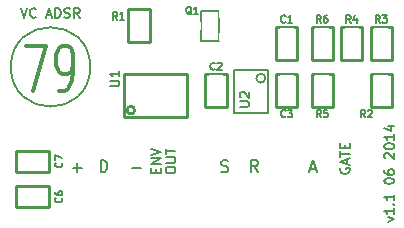
<source format=gto>
G04 (created by PCBNEW (2013-07-07 BZR 4022)-stable) date 2014-06-17 1:27:57 PM*
%MOIN*%
G04 Gerber Fmt 3.4, Leading zero omitted, Abs format*
%FSLAX34Y34*%
G01*
G70*
G90*
G04 APERTURE LIST*
%ADD10C,0.00590551*%
%ADD11C,0.0075*%
%ADD12C,0.00787402*%
%ADD13C,0.006*%
%ADD14C,0.011811*%
%ADD15C,0.01*%
%ADD16C,0.005*%
%ADD17R,0.0118X0.0512*%
%ADD18R,0.015X0.05*%
%ADD19R,0.0394X0.0276*%
%ADD20R,0.045X0.032*%
%ADD21R,0.032X0.045*%
%ADD22O,0.0531496X0.15748*%
G04 APERTURE END LIST*
G54D10*
G54D11*
X43056Y-35048D02*
X43361Y-35048D01*
X41087Y-35048D02*
X41392Y-35048D01*
X41240Y-35201D02*
X41240Y-34896D01*
G54D12*
X41678Y-31692D02*
G75*
G03X41678Y-31692I-1324J0D01*
G74*
G01*
G54D13*
X51589Y-36851D02*
X51802Y-36775D01*
X51589Y-36699D01*
X51802Y-36409D02*
X51802Y-36592D01*
X51802Y-36500D02*
X51482Y-36500D01*
X51528Y-36531D01*
X51558Y-36561D01*
X51574Y-36592D01*
X51772Y-36272D02*
X51787Y-36257D01*
X51802Y-36272D01*
X51787Y-36287D01*
X51772Y-36272D01*
X51802Y-36272D01*
X51802Y-35952D02*
X51802Y-36135D01*
X51802Y-36043D02*
X51482Y-36043D01*
X51528Y-36074D01*
X51558Y-36104D01*
X51574Y-36135D01*
X51482Y-35510D02*
X51482Y-35480D01*
X51497Y-35449D01*
X51513Y-35434D01*
X51543Y-35419D01*
X51604Y-35403D01*
X51680Y-35403D01*
X51741Y-35419D01*
X51772Y-35434D01*
X51787Y-35449D01*
X51802Y-35480D01*
X51802Y-35510D01*
X51787Y-35540D01*
X51772Y-35556D01*
X51741Y-35571D01*
X51680Y-35586D01*
X51604Y-35586D01*
X51543Y-35571D01*
X51513Y-35556D01*
X51497Y-35540D01*
X51482Y-35510D01*
X51482Y-35129D02*
X51482Y-35190D01*
X51497Y-35220D01*
X51513Y-35236D01*
X51558Y-35266D01*
X51619Y-35281D01*
X51741Y-35281D01*
X51772Y-35266D01*
X51787Y-35251D01*
X51802Y-35220D01*
X51802Y-35160D01*
X51787Y-35129D01*
X51772Y-35114D01*
X51741Y-35099D01*
X51665Y-35099D01*
X51635Y-35114D01*
X51619Y-35129D01*
X51604Y-35160D01*
X51604Y-35220D01*
X51619Y-35251D01*
X51635Y-35266D01*
X51665Y-35281D01*
X51513Y-34733D02*
X51497Y-34718D01*
X51482Y-34687D01*
X51482Y-34611D01*
X51497Y-34580D01*
X51513Y-34565D01*
X51543Y-34550D01*
X51574Y-34550D01*
X51619Y-34565D01*
X51802Y-34748D01*
X51802Y-34550D01*
X51482Y-34352D02*
X51482Y-34321D01*
X51497Y-34291D01*
X51513Y-34276D01*
X51543Y-34260D01*
X51604Y-34245D01*
X51680Y-34245D01*
X51741Y-34260D01*
X51772Y-34276D01*
X51787Y-34291D01*
X51802Y-34321D01*
X51802Y-34352D01*
X51787Y-34382D01*
X51772Y-34398D01*
X51741Y-34413D01*
X51680Y-34428D01*
X51604Y-34428D01*
X51543Y-34413D01*
X51513Y-34398D01*
X51497Y-34382D01*
X51482Y-34352D01*
X51802Y-33940D02*
X51802Y-34123D01*
X51802Y-34032D02*
X51482Y-34032D01*
X51528Y-34062D01*
X51558Y-34093D01*
X51574Y-34123D01*
X51589Y-33666D02*
X51802Y-33666D01*
X51467Y-33742D02*
X51696Y-33819D01*
X51696Y-33620D01*
X39356Y-29730D02*
X39462Y-30050D01*
X39569Y-29730D01*
X39859Y-30020D02*
X39843Y-30035D01*
X39798Y-30050D01*
X39767Y-30050D01*
X39721Y-30035D01*
X39691Y-30005D01*
X39676Y-29974D01*
X39660Y-29913D01*
X39660Y-29867D01*
X39676Y-29806D01*
X39691Y-29776D01*
X39721Y-29746D01*
X39767Y-29730D01*
X39798Y-29730D01*
X39843Y-29746D01*
X39859Y-29761D01*
X40224Y-29959D02*
X40377Y-29959D01*
X40194Y-30050D02*
X40300Y-29730D01*
X40407Y-30050D01*
X40514Y-30050D02*
X40514Y-29730D01*
X40590Y-29730D01*
X40636Y-29746D01*
X40666Y-29776D01*
X40681Y-29806D01*
X40697Y-29867D01*
X40697Y-29913D01*
X40681Y-29974D01*
X40666Y-30005D01*
X40636Y-30035D01*
X40590Y-30050D01*
X40514Y-30050D01*
X40819Y-30035D02*
X40864Y-30050D01*
X40940Y-30050D01*
X40971Y-30035D01*
X40986Y-30020D01*
X41001Y-29989D01*
X41001Y-29959D01*
X40986Y-29928D01*
X40971Y-29913D01*
X40940Y-29898D01*
X40880Y-29883D01*
X40849Y-29867D01*
X40834Y-29852D01*
X40819Y-29822D01*
X40819Y-29791D01*
X40834Y-29761D01*
X40849Y-29746D01*
X40880Y-29730D01*
X40956Y-29730D01*
X41001Y-29746D01*
X41321Y-30050D02*
X41215Y-29898D01*
X41139Y-30050D02*
X41139Y-29730D01*
X41260Y-29730D01*
X41291Y-29746D01*
X41306Y-29761D01*
X41321Y-29791D01*
X41321Y-29837D01*
X41306Y-29867D01*
X41291Y-29883D01*
X41260Y-29898D01*
X41139Y-29898D01*
G54D14*
X39544Y-30996D02*
X40211Y-30996D01*
X39782Y-32496D01*
X40640Y-32496D02*
X40830Y-32496D01*
X40925Y-32425D01*
X40973Y-32354D01*
X41068Y-32139D01*
X41116Y-31854D01*
X41116Y-31282D01*
X41068Y-31139D01*
X41020Y-31068D01*
X40925Y-30996D01*
X40735Y-30996D01*
X40640Y-31068D01*
X40592Y-31139D01*
X40544Y-31282D01*
X40544Y-31639D01*
X40592Y-31782D01*
X40640Y-31854D01*
X40735Y-31925D01*
X40925Y-31925D01*
X41020Y-31854D01*
X41068Y-31782D01*
X41116Y-31639D01*
G54D13*
X50021Y-35064D02*
X50006Y-35094D01*
X50006Y-35140D01*
X50021Y-35185D01*
X50052Y-35216D01*
X50082Y-35231D01*
X50143Y-35246D01*
X50189Y-35246D01*
X50250Y-35231D01*
X50280Y-35216D01*
X50311Y-35185D01*
X50326Y-35140D01*
X50326Y-35109D01*
X50311Y-35064D01*
X50295Y-35048D01*
X50189Y-35048D01*
X50189Y-35109D01*
X50234Y-34926D02*
X50234Y-34774D01*
X50326Y-34957D02*
X50006Y-34850D01*
X50326Y-34744D01*
X50006Y-34683D02*
X50006Y-34500D01*
X50326Y-34591D02*
X50006Y-34591D01*
X50158Y-34393D02*
X50158Y-34286D01*
X50326Y-34241D02*
X50326Y-34393D01*
X50006Y-34393D01*
X50006Y-34241D01*
X44199Y-35162D02*
X44199Y-35101D01*
X44214Y-35071D01*
X44245Y-35040D01*
X44305Y-35025D01*
X44412Y-35025D01*
X44473Y-35040D01*
X44504Y-35071D01*
X44519Y-35101D01*
X44519Y-35162D01*
X44504Y-35192D01*
X44473Y-35223D01*
X44412Y-35238D01*
X44305Y-35238D01*
X44245Y-35223D01*
X44214Y-35192D01*
X44199Y-35162D01*
X44199Y-34888D02*
X44458Y-34888D01*
X44488Y-34872D01*
X44504Y-34857D01*
X44519Y-34827D01*
X44519Y-34766D01*
X44504Y-34735D01*
X44488Y-34720D01*
X44458Y-34705D01*
X44199Y-34705D01*
X44199Y-34598D02*
X44199Y-34415D01*
X44519Y-34507D02*
X44199Y-34507D01*
X43859Y-35215D02*
X43859Y-35109D01*
X44027Y-35063D02*
X44027Y-35215D01*
X43707Y-35215D01*
X43707Y-35063D01*
X44027Y-34926D02*
X43707Y-34926D01*
X44027Y-34743D01*
X43707Y-34743D01*
X43707Y-34636D02*
X44027Y-34530D01*
X43707Y-34423D01*
G54D11*
X42021Y-35201D02*
X42021Y-34801D01*
X42116Y-34801D01*
X42173Y-34820D01*
X42211Y-34858D01*
X42230Y-34896D01*
X42249Y-34972D01*
X42249Y-35029D01*
X42230Y-35106D01*
X42211Y-35144D01*
X42173Y-35182D01*
X42116Y-35201D01*
X42021Y-35201D01*
X46047Y-35182D02*
X46104Y-35201D01*
X46199Y-35201D01*
X46237Y-35182D01*
X46256Y-35163D01*
X46275Y-35125D01*
X46275Y-35086D01*
X46256Y-35048D01*
X46237Y-35029D01*
X46199Y-35010D01*
X46123Y-34991D01*
X46085Y-34972D01*
X46066Y-34953D01*
X46047Y-34915D01*
X46047Y-34877D01*
X46066Y-34839D01*
X46085Y-34820D01*
X46123Y-34801D01*
X46218Y-34801D01*
X46275Y-34820D01*
X47269Y-35201D02*
X47136Y-35010D01*
X47040Y-35201D02*
X47040Y-34801D01*
X47193Y-34801D01*
X47231Y-34820D01*
X47250Y-34839D01*
X47269Y-34877D01*
X47269Y-34934D01*
X47250Y-34972D01*
X47231Y-34991D01*
X47193Y-35010D01*
X47040Y-35010D01*
X49018Y-35086D02*
X49209Y-35086D01*
X48980Y-35201D02*
X49114Y-34801D01*
X49247Y-35201D01*
G54D12*
X47610Y-33228D02*
X46484Y-33228D01*
X46484Y-33228D02*
X46484Y-31811D01*
X46484Y-31811D02*
X47610Y-31811D01*
X47613Y-31819D02*
X47613Y-33219D01*
X47513Y-32069D02*
G75*
G03X47513Y-32069I-150J0D01*
G74*
G01*
G54D15*
X42797Y-31927D02*
X44897Y-31927D01*
X44897Y-31927D02*
X44897Y-33377D01*
X44897Y-33377D02*
X42797Y-33377D01*
X42797Y-33377D02*
X42797Y-31927D01*
X43158Y-33133D02*
G75*
G03X43158Y-33133I-128J0D01*
G74*
G01*
G54D16*
X45969Y-29814D02*
X45969Y-30839D01*
X45969Y-30839D02*
X45369Y-30839D01*
X45369Y-30839D02*
X45369Y-29814D01*
X45369Y-29814D02*
X45969Y-29814D01*
G54D15*
X50039Y-30354D02*
X50039Y-31456D01*
X50039Y-31456D02*
X50748Y-31456D01*
X50748Y-31456D02*
X50748Y-30354D01*
X50748Y-30354D02*
X50039Y-30354D01*
X48582Y-31456D02*
X48582Y-30354D01*
X48582Y-30354D02*
X47874Y-30354D01*
X47874Y-30354D02*
X47874Y-31456D01*
X47874Y-31456D02*
X48582Y-31456D01*
X49763Y-31456D02*
X49763Y-30354D01*
X49763Y-30354D02*
X49055Y-30354D01*
X49055Y-30354D02*
X49055Y-31456D01*
X49055Y-31456D02*
X49763Y-31456D01*
X46220Y-33031D02*
X46220Y-31929D01*
X46220Y-31929D02*
X45511Y-31929D01*
X45511Y-31929D02*
X45511Y-33031D01*
X45511Y-33031D02*
X46220Y-33031D01*
X48582Y-33031D02*
X48582Y-31929D01*
X48582Y-31929D02*
X47874Y-31929D01*
X47874Y-31929D02*
X47874Y-33031D01*
X47874Y-33031D02*
X48582Y-33031D01*
X51023Y-31929D02*
X51023Y-33031D01*
X51023Y-33031D02*
X51732Y-33031D01*
X51732Y-33031D02*
X51732Y-31929D01*
X51732Y-31929D02*
X51023Y-31929D01*
X51023Y-30354D02*
X51023Y-31456D01*
X51023Y-31456D02*
X51732Y-31456D01*
X51732Y-31456D02*
X51732Y-30354D01*
X51732Y-30354D02*
X51023Y-30354D01*
X49055Y-31929D02*
X49055Y-33031D01*
X49055Y-33031D02*
X49763Y-33031D01*
X49763Y-33031D02*
X49763Y-31929D01*
X49763Y-31929D02*
X49055Y-31929D01*
X42952Y-29763D02*
X42952Y-30866D01*
X42952Y-30866D02*
X43661Y-30866D01*
X43661Y-30866D02*
X43661Y-29763D01*
X43661Y-29763D02*
X42952Y-29763D01*
X40314Y-35669D02*
X39212Y-35669D01*
X39212Y-35669D02*
X39212Y-36377D01*
X39212Y-36377D02*
X40314Y-36377D01*
X40314Y-36377D02*
X40314Y-35669D01*
X39212Y-35196D02*
X40314Y-35196D01*
X40314Y-35196D02*
X40314Y-34488D01*
X40314Y-34488D02*
X39212Y-34488D01*
X39212Y-34488D02*
X39212Y-35196D01*
G54D11*
X46659Y-33019D02*
X46918Y-33019D01*
X46949Y-33004D01*
X46964Y-32988D01*
X46979Y-32958D01*
X46979Y-32897D01*
X46964Y-32867D01*
X46949Y-32851D01*
X46918Y-32836D01*
X46659Y-32836D01*
X46690Y-32699D02*
X46675Y-32684D01*
X46659Y-32653D01*
X46659Y-32577D01*
X46675Y-32547D01*
X46690Y-32531D01*
X46720Y-32516D01*
X46751Y-32516D01*
X46797Y-32531D01*
X46979Y-32714D01*
X46979Y-32516D01*
X42329Y-32330D02*
X42588Y-32330D01*
X42618Y-32315D01*
X42633Y-32299D01*
X42649Y-32269D01*
X42649Y-32208D01*
X42633Y-32178D01*
X42618Y-32162D01*
X42588Y-32147D01*
X42329Y-32147D01*
X42649Y-31827D02*
X42649Y-32010D01*
X42649Y-31918D02*
X42329Y-31918D01*
X42374Y-31949D01*
X42405Y-31979D01*
X42420Y-32010D01*
G54D13*
X45055Y-29942D02*
X45033Y-29931D01*
X45010Y-29908D01*
X44975Y-29874D01*
X44953Y-29862D01*
X44930Y-29862D01*
X44941Y-29919D02*
X44918Y-29908D01*
X44895Y-29885D01*
X44884Y-29839D01*
X44884Y-29759D01*
X44895Y-29714D01*
X44918Y-29691D01*
X44941Y-29679D01*
X44987Y-29679D01*
X45010Y-29691D01*
X45033Y-29714D01*
X45044Y-29759D01*
X45044Y-29839D01*
X45033Y-29885D01*
X45010Y-29908D01*
X44987Y-29919D01*
X44941Y-29919D01*
X45273Y-29919D02*
X45135Y-29919D01*
X45204Y-29919D02*
X45204Y-29679D01*
X45181Y-29714D01*
X45158Y-29737D01*
X45135Y-29748D01*
X50353Y-30215D02*
X50273Y-30100D01*
X50216Y-30215D02*
X50216Y-29975D01*
X50307Y-29975D01*
X50330Y-29986D01*
X50342Y-29998D01*
X50353Y-30020D01*
X50353Y-30055D01*
X50342Y-30078D01*
X50330Y-30089D01*
X50307Y-30100D01*
X50216Y-30100D01*
X50559Y-30055D02*
X50559Y-30215D01*
X50502Y-29963D02*
X50445Y-30135D01*
X50593Y-30135D01*
X48188Y-30192D02*
X48176Y-30203D01*
X48142Y-30215D01*
X48119Y-30215D01*
X48085Y-30203D01*
X48062Y-30180D01*
X48051Y-30158D01*
X48039Y-30112D01*
X48039Y-30078D01*
X48051Y-30032D01*
X48062Y-30009D01*
X48085Y-29986D01*
X48119Y-29975D01*
X48142Y-29975D01*
X48176Y-29986D01*
X48188Y-29998D01*
X48416Y-30215D02*
X48279Y-30215D01*
X48348Y-30215D02*
X48348Y-29975D01*
X48325Y-30009D01*
X48302Y-30032D01*
X48279Y-30043D01*
X49369Y-30215D02*
X49289Y-30100D01*
X49232Y-30215D02*
X49232Y-29975D01*
X49323Y-29975D01*
X49346Y-29986D01*
X49358Y-29998D01*
X49369Y-30020D01*
X49369Y-30055D01*
X49358Y-30078D01*
X49346Y-30089D01*
X49323Y-30100D01*
X49232Y-30100D01*
X49575Y-29975D02*
X49529Y-29975D01*
X49506Y-29986D01*
X49495Y-29998D01*
X49472Y-30032D01*
X49460Y-30078D01*
X49460Y-30169D01*
X49472Y-30192D01*
X49483Y-30203D01*
X49506Y-30215D01*
X49552Y-30215D01*
X49575Y-30203D01*
X49586Y-30192D01*
X49598Y-30169D01*
X49598Y-30112D01*
X49586Y-30089D01*
X49575Y-30078D01*
X49552Y-30066D01*
X49506Y-30066D01*
X49483Y-30078D01*
X49472Y-30089D01*
X49460Y-30112D01*
X45826Y-31767D02*
X45814Y-31778D01*
X45780Y-31790D01*
X45757Y-31790D01*
X45723Y-31778D01*
X45700Y-31755D01*
X45688Y-31732D01*
X45677Y-31687D01*
X45677Y-31652D01*
X45688Y-31607D01*
X45700Y-31584D01*
X45723Y-31561D01*
X45757Y-31550D01*
X45780Y-31550D01*
X45814Y-31561D01*
X45826Y-31572D01*
X45917Y-31572D02*
X45928Y-31561D01*
X45951Y-31550D01*
X46008Y-31550D01*
X46031Y-31561D01*
X46043Y-31572D01*
X46054Y-31595D01*
X46054Y-31618D01*
X46043Y-31652D01*
X45906Y-31790D01*
X46054Y-31790D01*
X48188Y-33342D02*
X48176Y-33353D01*
X48142Y-33364D01*
X48119Y-33364D01*
X48085Y-33353D01*
X48062Y-33330D01*
X48051Y-33307D01*
X48039Y-33262D01*
X48039Y-33227D01*
X48051Y-33182D01*
X48062Y-33159D01*
X48085Y-33136D01*
X48119Y-33124D01*
X48142Y-33124D01*
X48176Y-33136D01*
X48188Y-33147D01*
X48268Y-33124D02*
X48416Y-33124D01*
X48336Y-33216D01*
X48371Y-33216D01*
X48394Y-33227D01*
X48405Y-33239D01*
X48416Y-33262D01*
X48416Y-33319D01*
X48405Y-33342D01*
X48394Y-33353D01*
X48371Y-33364D01*
X48302Y-33364D01*
X48279Y-33353D01*
X48268Y-33342D01*
X50845Y-33364D02*
X50765Y-33250D01*
X50708Y-33364D02*
X50708Y-33124D01*
X50800Y-33124D01*
X50822Y-33136D01*
X50834Y-33147D01*
X50845Y-33170D01*
X50845Y-33204D01*
X50834Y-33227D01*
X50822Y-33239D01*
X50800Y-33250D01*
X50708Y-33250D01*
X50937Y-33147D02*
X50948Y-33136D01*
X50971Y-33124D01*
X51028Y-33124D01*
X51051Y-33136D01*
X51062Y-33147D01*
X51074Y-33170D01*
X51074Y-33193D01*
X51062Y-33227D01*
X50925Y-33364D01*
X51074Y-33364D01*
X51337Y-30215D02*
X51257Y-30100D01*
X51200Y-30215D02*
X51200Y-29975D01*
X51292Y-29975D01*
X51315Y-29986D01*
X51326Y-29998D01*
X51337Y-30020D01*
X51337Y-30055D01*
X51326Y-30078D01*
X51315Y-30089D01*
X51292Y-30100D01*
X51200Y-30100D01*
X51417Y-29975D02*
X51566Y-29975D01*
X51486Y-30066D01*
X51520Y-30066D01*
X51543Y-30078D01*
X51555Y-30089D01*
X51566Y-30112D01*
X51566Y-30169D01*
X51555Y-30192D01*
X51543Y-30203D01*
X51520Y-30215D01*
X51452Y-30215D01*
X51429Y-30203D01*
X51417Y-30192D01*
X49369Y-33364D02*
X49289Y-33250D01*
X49232Y-33364D02*
X49232Y-33124D01*
X49323Y-33124D01*
X49346Y-33136D01*
X49358Y-33147D01*
X49369Y-33170D01*
X49369Y-33204D01*
X49358Y-33227D01*
X49346Y-33239D01*
X49323Y-33250D01*
X49232Y-33250D01*
X49586Y-33124D02*
X49472Y-33124D01*
X49460Y-33239D01*
X49472Y-33227D01*
X49495Y-33216D01*
X49552Y-33216D01*
X49575Y-33227D01*
X49586Y-33239D01*
X49598Y-33262D01*
X49598Y-33319D01*
X49586Y-33342D01*
X49575Y-33353D01*
X49552Y-33364D01*
X49495Y-33364D01*
X49472Y-33353D01*
X49460Y-33342D01*
X42578Y-30116D02*
X42498Y-30002D01*
X42440Y-30116D02*
X42440Y-29876D01*
X42532Y-29876D01*
X42555Y-29888D01*
X42566Y-29899D01*
X42578Y-29922D01*
X42578Y-29956D01*
X42566Y-29979D01*
X42555Y-29991D01*
X42532Y-30002D01*
X42440Y-30002D01*
X42806Y-30116D02*
X42669Y-30116D01*
X42738Y-30116D02*
X42738Y-29876D01*
X42715Y-29911D01*
X42692Y-29933D01*
X42669Y-29945D01*
X40723Y-36063D02*
X40735Y-36075D01*
X40746Y-36109D01*
X40746Y-36132D01*
X40735Y-36166D01*
X40712Y-36189D01*
X40689Y-36200D01*
X40643Y-36212D01*
X40609Y-36212D01*
X40563Y-36200D01*
X40541Y-36189D01*
X40518Y-36166D01*
X40506Y-36132D01*
X40506Y-36109D01*
X40518Y-36075D01*
X40529Y-36063D01*
X40506Y-35857D02*
X40506Y-35903D01*
X40518Y-35926D01*
X40529Y-35937D01*
X40563Y-35960D01*
X40609Y-35972D01*
X40701Y-35972D01*
X40723Y-35960D01*
X40735Y-35949D01*
X40746Y-35926D01*
X40746Y-35880D01*
X40735Y-35857D01*
X40723Y-35846D01*
X40701Y-35835D01*
X40643Y-35835D01*
X40621Y-35846D01*
X40609Y-35857D01*
X40598Y-35880D01*
X40598Y-35926D01*
X40609Y-35949D01*
X40621Y-35960D01*
X40643Y-35972D01*
X40723Y-34882D02*
X40735Y-34893D01*
X40746Y-34928D01*
X40746Y-34951D01*
X40735Y-34985D01*
X40712Y-35008D01*
X40689Y-35019D01*
X40643Y-35031D01*
X40609Y-35031D01*
X40563Y-35019D01*
X40541Y-35008D01*
X40518Y-34985D01*
X40506Y-34951D01*
X40506Y-34928D01*
X40518Y-34893D01*
X40529Y-34882D01*
X40506Y-34802D02*
X40506Y-34642D01*
X40746Y-34745D01*
%LPC*%
G54D17*
X47423Y-31419D03*
X47173Y-31419D03*
X46913Y-31419D03*
X46663Y-31419D03*
X46663Y-33619D03*
X46918Y-33619D03*
X47173Y-33619D03*
X47428Y-33619D03*
G54D18*
X43001Y-33779D03*
X43257Y-33779D03*
X43513Y-33779D03*
X43769Y-33779D03*
X44025Y-33779D03*
X44281Y-33779D03*
X44537Y-33779D03*
X44793Y-33779D03*
X44793Y-31575D03*
X44537Y-31575D03*
X44281Y-31575D03*
X44025Y-31575D03*
X43769Y-31575D03*
X43513Y-31575D03*
X43257Y-31575D03*
X43001Y-31575D03*
G54D19*
X45169Y-30314D03*
X46169Y-29939D03*
X46169Y-30689D03*
G54D20*
X50393Y-30570D03*
X50393Y-31240D03*
X48228Y-31240D03*
X48228Y-30570D03*
X49409Y-31240D03*
X49409Y-30570D03*
X45866Y-32815D03*
X45866Y-32145D03*
X48228Y-32815D03*
X48228Y-32145D03*
X51377Y-32145D03*
X51377Y-32815D03*
X51377Y-30570D03*
X51377Y-31240D03*
X49409Y-32145D03*
X49409Y-32815D03*
X43307Y-29979D03*
X43307Y-30649D03*
G54D21*
X40098Y-36023D03*
X39428Y-36023D03*
X39428Y-34842D03*
X40098Y-34842D03*
G54D22*
X41169Y-36220D03*
X42169Y-36220D03*
X43169Y-36220D03*
X44169Y-36220D03*
X45169Y-36220D03*
X46169Y-36220D03*
X47169Y-36220D03*
X48169Y-36220D03*
X49169Y-36220D03*
X50169Y-36220D03*
M02*

</source>
